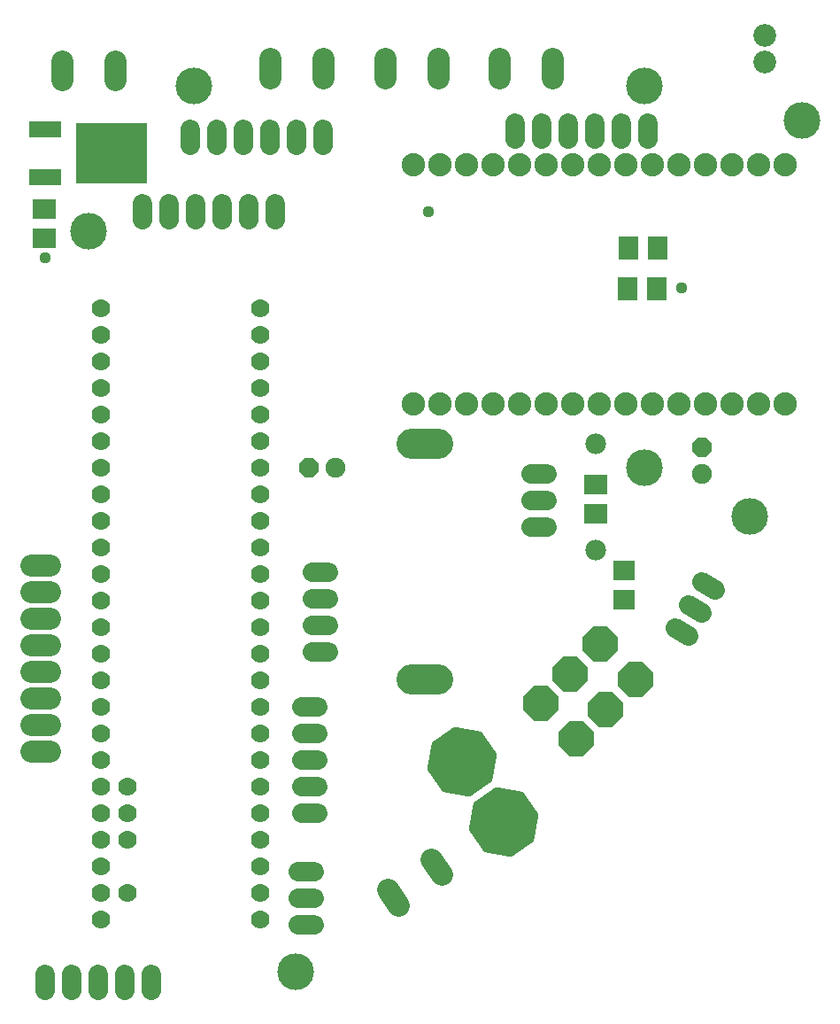
<source format=gbr>
G04 EAGLE Gerber RS-274X export*
G75*
%MOMM*%
%FSLAX34Y34*%
%LPD*%
%INSoldermask Bottom*%
%IPPOS*%
%AMOC8*
5,1,8,0,0,1.08239X$1,22.5*%
G01*
%ADD10C,3.504800*%
%ADD11C,2.095500*%
%ADD12P,2.061953X8X202.500000*%
%ADD13C,1.905000*%
%ADD14P,2.061953X8X112.500000*%
%ADD15R,2.104800X1.904800*%
%ADD16C,1.981200*%
%ADD17C,2.184400*%
%ADD18C,2.844800*%
%ADD19C,1.828800*%
%ADD20R,1.904800X2.304800*%
%ADD21R,2.304800X1.904800*%
%ADD22P,3.587798X8X337.500000*%
%ADD23C,1.778000*%
%ADD24C,2.235200*%
%ADD25C,2.082800*%
%ADD26P,6.841571X8X327.500000*%
%ADD27R,3.154800X1.554800*%
%ADD28R,6.804800X5.854800*%
%ADD29C,1.111200*%


D10*
X74830Y781711D03*
X606440Y920192D03*
X707535Y508730D03*
X272652Y73848D03*
X175440Y920192D03*
X606440Y555192D03*
X757378Y887330D03*
D11*
X358800Y928297D02*
X358800Y946204D01*
X409600Y946204D02*
X409600Y928297D01*
D12*
X286000Y555100D03*
D13*
X311400Y555100D03*
D14*
X661700Y574600D03*
D13*
X661700Y549200D03*
D15*
X587100Y429000D03*
X587100Y457000D03*
D16*
X560100Y477100D03*
X560100Y578700D03*
D17*
X721900Y968700D03*
X721900Y943300D03*
D11*
X49100Y944204D02*
X49100Y926297D01*
X99900Y926297D02*
X99900Y944204D01*
D18*
X383600Y353478D02*
X409000Y353478D01*
X409000Y578522D02*
X383600Y578522D01*
D19*
X661404Y445907D02*
X674602Y438287D01*
X661902Y416290D02*
X648704Y423910D01*
X636004Y401913D02*
X649202Y394293D01*
X299100Y863480D02*
X299100Y878720D01*
X273700Y878720D02*
X273700Y863480D01*
X248300Y863480D02*
X248300Y878720D01*
X222900Y878720D02*
X222900Y863480D01*
X197500Y863480D02*
X197500Y878720D01*
X172100Y878720D02*
X172100Y863480D01*
X482800Y869280D02*
X482800Y884520D01*
X508200Y884520D02*
X508200Y869280D01*
X533600Y869280D02*
X533600Y884520D01*
X559000Y884520D02*
X559000Y869280D01*
X584400Y869280D02*
X584400Y884520D01*
X609800Y884520D02*
X609800Y869280D01*
D11*
X467500Y928297D02*
X467500Y946204D01*
X518300Y946204D02*
X518300Y928297D01*
X248200Y928297D02*
X248200Y946204D01*
X299000Y946204D02*
X299000Y928297D01*
D19*
X293820Y276200D02*
X278580Y276200D01*
X278580Y301600D02*
X293820Y301600D01*
X293820Y327000D02*
X278580Y327000D01*
X278580Y250800D02*
X293820Y250800D01*
X293820Y225400D02*
X278580Y225400D01*
X84000Y71420D02*
X84000Y56180D01*
X109400Y56180D02*
X109400Y71420D01*
X134800Y71420D02*
X134800Y56180D01*
X58600Y56180D02*
X58600Y71420D01*
X33200Y71420D02*
X33200Y56180D01*
X498380Y549500D02*
X513620Y549500D01*
X513620Y524100D02*
X498380Y524100D01*
X498380Y498700D02*
X513620Y498700D01*
D20*
X619000Y765100D03*
X591000Y765100D03*
X618500Y726100D03*
X590500Y726100D03*
D21*
X560100Y511000D03*
X560100Y539000D03*
X32900Y802500D03*
X32900Y774500D03*
D22*
X507240Y330005D03*
X535617Y358383D03*
X563995Y386760D03*
X597760Y352995D03*
X569383Y324617D03*
X541005Y296240D03*
D23*
X239300Y174200D03*
X239300Y199600D03*
X239300Y225000D03*
X239300Y250400D03*
X239300Y275800D03*
X239300Y301200D03*
X239300Y326600D03*
X239300Y352000D03*
X239300Y377400D03*
X239300Y402800D03*
X239300Y428200D03*
X239300Y453600D03*
X86900Y453600D03*
X86900Y428200D03*
X86900Y402800D03*
X86900Y377400D03*
X86900Y352000D03*
X86900Y326600D03*
X86900Y301200D03*
X86900Y275800D03*
X86900Y250400D03*
X86900Y225000D03*
X86900Y199600D03*
X239300Y148800D03*
X86900Y174200D03*
X86900Y148800D03*
X239300Y123400D03*
X86900Y123400D03*
X239300Y479000D03*
X86900Y479000D03*
X239300Y504400D03*
X239300Y529800D03*
X239300Y555200D03*
X239300Y580600D03*
X239300Y606000D03*
X239300Y631400D03*
X239300Y656800D03*
X239300Y682200D03*
X239300Y707600D03*
X86900Y707600D03*
X86900Y682200D03*
X86900Y656800D03*
X86900Y631400D03*
X86900Y606000D03*
X86900Y580600D03*
X86900Y555200D03*
X86900Y529800D03*
X86900Y504400D03*
X112300Y148800D03*
X112300Y199600D03*
X112300Y225000D03*
X112300Y250400D03*
D24*
X385200Y616000D03*
X410600Y616000D03*
X436000Y616000D03*
X461400Y616000D03*
X486800Y616000D03*
X512200Y616000D03*
X537600Y616000D03*
X563000Y616000D03*
X588400Y616000D03*
X613800Y616000D03*
X639200Y616000D03*
X664600Y616000D03*
X690000Y616000D03*
X715400Y616000D03*
X740800Y616000D03*
X385200Y844600D03*
X410600Y844600D03*
X436000Y844600D03*
X461400Y844600D03*
X486800Y844600D03*
X512200Y844600D03*
X537600Y844600D03*
X563000Y844600D03*
X588400Y844600D03*
X613800Y844600D03*
X639200Y844600D03*
X664600Y844600D03*
X690000Y844600D03*
X715400Y844600D03*
X740800Y844600D03*
D25*
X37490Y386000D02*
X19710Y386000D01*
X19710Y360600D02*
X37490Y360600D01*
X37490Y411400D02*
X19710Y411400D01*
X19710Y436800D02*
X37490Y436800D01*
X37490Y462200D02*
X19710Y462200D01*
X19710Y335200D02*
X37490Y335200D01*
X37490Y309800D02*
X19710Y309800D01*
X19710Y284400D02*
X37490Y284400D01*
D11*
X360700Y152064D02*
X370971Y137395D01*
X412584Y166533D02*
X402313Y181201D01*
D26*
X432111Y274138D03*
X472261Y216798D03*
D19*
X202300Y792780D02*
X202300Y808020D01*
X227700Y808020D02*
X227700Y792780D01*
X253100Y792780D02*
X253100Y808020D01*
X176900Y808020D02*
X176900Y792780D01*
X151500Y792780D02*
X151500Y808020D01*
X126100Y808020D02*
X126100Y792780D01*
X289380Y429700D02*
X304620Y429700D01*
X304620Y404300D02*
X289380Y404300D01*
X289380Y378900D02*
X304620Y378900D01*
X304620Y455100D02*
X289380Y455100D01*
X290620Y118600D02*
X275380Y118600D01*
X275380Y144000D02*
X290620Y144000D01*
X290620Y169400D02*
X275380Y169400D01*
D27*
X33000Y833200D03*
X33000Y878800D03*
D28*
X97000Y856000D03*
D29*
X33000Y756000D03*
X642000Y727000D03*
X400000Y800000D03*
M02*

</source>
